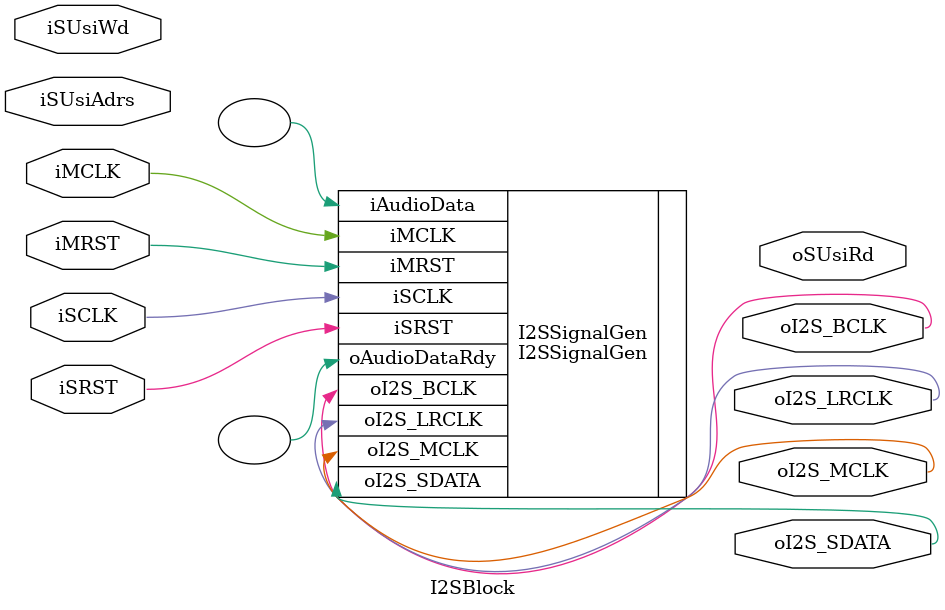
<source format=v>
module I2SBlock #(
	parameter pBlockAdrsWidth = 8,
	parameter [pBlockAdrsWidth-1:0] pAdrsMap = 'h03,
	parameter pUsiBusWidth = 32,
	parameter pCsrAdrsWidth = 8,
	parameter pCsrActiveWidth = 8
)(
	// I2S Output Ctrl
	output oI2S_MCLK,
	output oI2S_BCLK,
	output oI2S_LRCLK,
	output oI2S_SDATA,
	// Bus Master Read
	output [pUsiBusWidth-1:0] oSUsiRd,
	// Bus Master Write
	input  [pUsiBusWidth-1:0] iSUsiWd,
	input  [pUsiBusWidth-1:0] iSUsiAdrs,
    // CLK Reset
	input  iMRST,
    input  iSRST,
	input  iMCLK,
    input  iSCLK
);

//----------------------------------------------------------
// Csr Space
//----------------------------------------------------------
// wire [pGpioWidth-1:0] wGpioOutCtrl;
// wire [pGpioWidth-1:0] wGpioDir;				assign oGpioDir = wGpioDir;
// wire [pGpioWidth-1:0] wGpioAltModeCsr;

// I2SCsr #(
// 	.pBlockAdrsWidth(pBlockAdrsWidth),
// 	.pAdrsMap(pAdrsMap),
// 	.pUsiBusWidth(pUsiBusWidth),
// 	.pCsrAdrsWidth(pCsrAdrsWidth),
// 	.pCsrActiveWidth(pCsrActiveWidth),
// 	.pGpioWidth(pGpioWidth)
// ) I2SCsr (
// 	// CSR
// 	.oGpioOutCtrl(wGpioOutCtrl),
// 	.oGpioDir(wGpioDir),	.oGpioAltMode(wGpioAltModeCsr),
// 	.iGpioIn(iGpioIn),
// 	// Bus Master Read
// 	.oSUsiRd(oSUsiRd),
// 	// Bus Master Write
// 	.iSUsiWd(iSUsiWd),		.iSUsiAdrs(iSUsiAdrs),
//     // CLK RST
// 	.iSRST(iSRST),			.iSCLK(iSCLK)
// );

I2SSignalGen I2SSignalGen(
	// I2S Output Ctrl
	.oI2S_MCLK(oI2S_MCLK),		.oI2S_BCLK(oI2S_BCLK),
	.oI2S_LRCLK(oI2S_LRCLK),	.oI2S_SDATA(oI2S_SDATA),
	// Control and Data
	.iAudioData(),	.oAudioDataRdy(),
	// CLK RST
	.iMRST(iMRST),	.iSRST(iSRST),
	.iMCLK(iMCLK),	.iSCLK(iSCLK)
);

endmodule
</source>
